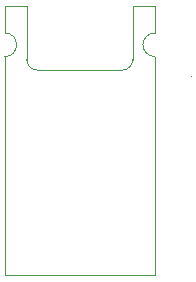
<source format=gbr>
%TF.GenerationSoftware,KiCad,Pcbnew,7.0.2*%
%TF.CreationDate,2023-07-26T16:03:34+02:00*%
%TF.ProjectId,epi,6570692e-6b69-4636-9164-5f7063625858,1_2_0*%
%TF.SameCoordinates,Original*%
%TF.FileFunction,Profile,NP*%
%FSLAX46Y46*%
G04 Gerber Fmt 4.6, Leading zero omitted, Abs format (unit mm)*
G04 Created by KiCad (PCBNEW 7.0.2) date 2023-07-26 16:03:34*
%MOMM*%
%LPD*%
G01*
G04 APERTURE LIST*
%TA.AperFunction,Profile*%
%ADD10C,0.010000*%
%TD*%
%TA.AperFunction,Profile*%
%ADD11C,0.100000*%
%TD*%
G04 APERTURE END LIST*
D10*
X110623220Y-51400000D02*
X110623220Y-53650000D01*
X97923220Y-51400000D02*
X97923220Y-53650000D01*
X108754422Y-55900001D02*
X108754422Y-51400001D01*
X110623220Y-53650000D02*
G75*
G03*
X110623220Y-55650000I-20J-1000000D01*
G01*
X107854422Y-56800001D02*
X100690476Y-56800000D01*
X99790500Y-55900000D02*
G75*
G03*
X100690476Y-56800000I900000J0D01*
G01*
X99790476Y-55900000D02*
X99790476Y-51400000D01*
X97923220Y-55650000D02*
G75*
G03*
X97923220Y-53650000I-20J1000000D01*
G01*
X108754422Y-51400001D02*
X110623220Y-51400000D01*
X110623220Y-74160000D02*
X110623220Y-55650000D01*
X97923220Y-74160000D02*
X110623220Y-74160000D01*
X107854422Y-56800022D02*
G75*
G03*
X108754422Y-55900001I-22J900022D01*
G01*
X97923220Y-55650000D02*
X97923220Y-74160000D01*
X97923220Y-51400000D02*
X99790476Y-51400000D01*
D11*
X113723220Y-57300000D02*
X113723220Y-57300000D01*
M02*

</source>
